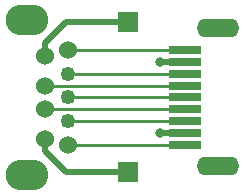
<source format=gbr>
G04 #@! TF.GenerationSoftware,KiCad,Pcbnew,(5.0.0-rc2-110-g9edfd25)*
G04 #@! TF.CreationDate,2018-06-15T17:50:17-07:00*
G04 #@! TF.ProjectId,USB-Voltage-Probe,5553422D566F6C746167652D50726F62,rev?*
G04 #@! TF.SameCoordinates,Original*
G04 #@! TF.FileFunction,Copper,L1,Top,Signal*
G04 #@! TF.FilePolarity,Positive*
%FSLAX46Y46*%
G04 Gerber Fmt 4.6, Leading zero omitted, Abs format (unit mm)*
G04 Created by KiCad (PCBNEW (5.0.0-rc2-110-g9edfd25)) date Friday, June 15, 2018 at 05:50:17 PM*
%MOMM*%
%LPD*%
G01*
G04 APERTURE LIST*
G04 #@! TA.AperFunction,ComponentPad*
%ADD10O,3.600000X2.600000*%
G04 #@! TD*
G04 #@! TA.AperFunction,ComponentPad*
%ADD11C,1.524000*%
G04 #@! TD*
G04 #@! TA.AperFunction,ComponentPad*
%ADD12C,1.250000*%
G04 #@! TD*
G04 #@! TA.AperFunction,ComponentPad*
%ADD13R,1.700000X1.700000*%
G04 #@! TD*
G04 #@! TA.AperFunction,SMDPad,CuDef*
%ADD14R,2.780000X0.800000*%
G04 #@! TD*
G04 #@! TA.AperFunction,ComponentPad*
%ADD15O,3.600000X1.600000*%
G04 #@! TD*
G04 #@! TA.AperFunction,ViaPad*
%ADD16C,0.800000*%
G04 #@! TD*
G04 #@! TA.AperFunction,Conductor*
%ADD17C,0.250000*%
G04 #@! TD*
G04 #@! TA.AperFunction,Conductor*
%ADD18C,0.500000*%
G04 #@! TD*
G04 APERTURE END LIST*
D10*
G04 #@! TO.P,J1,10*
G04 #@! TO.N,Net-(J1-Pad10)*
X146360000Y-48040000D03*
X146360000Y-61180000D03*
D11*
G04 #@! TO.P,J1,4*
G04 #@! TO.N,Net-(J1-Pad4)*
X147860000Y-58110000D03*
G04 #@! TO.P,J1,3*
G04 #@! TO.N,Net-(J1-Pad3)*
X147860000Y-55610000D03*
G04 #@! TO.P,J1,2*
G04 #@! TO.N,Net-(J1-Pad2)*
X147860000Y-53610000D03*
G04 #@! TO.P,J1,1*
G04 #@! TO.N,Net-(J1-Pad1)*
X147860000Y-51110000D03*
G04 #@! TO.P,J1,5*
G04 #@! TO.N,Net-(J1-Pad5)*
X149860000Y-58610000D03*
D12*
G04 #@! TO.P,J1,6*
G04 #@! TO.N,Net-(J1-Pad6)*
X149860000Y-56610000D03*
D11*
G04 #@! TO.P,J1,9*
G04 #@! TO.N,Net-(J1-Pad9)*
X149860000Y-50610000D03*
D12*
G04 #@! TO.P,J1,8*
G04 #@! TO.N,Net-(J1-Pad8)*
X149860000Y-52610000D03*
G04 #@! TO.P,J1,7*
G04 #@! TO.N,Net-(J1-Pad7)*
X149860000Y-54610000D03*
G04 #@! TD*
D13*
G04 #@! TO.P,J3,1*
G04 #@! TO.N,Net-(J1-Pad4)*
X154940000Y-60960000D03*
G04 #@! TD*
G04 #@! TO.P,J4,1*
G04 #@! TO.N,Net-(J1-Pad1)*
X154940000Y-48260000D03*
G04 #@! TD*
D14*
G04 #@! TO.P,J2,7*
G04 #@! TO.N,Net-(J1-Pad7)*
X159710000Y-54610000D03*
G04 #@! TO.P,J2,2*
G04 #@! TO.N,Net-(J1-Pad2)*
X159710000Y-53610000D03*
G04 #@! TO.P,J2,8*
G04 #@! TO.N,Net-(J1-Pad8)*
X159710000Y-52610000D03*
G04 #@! TO.P,J2,1*
G04 #@! TO.N,Net-(J1-Pad1)*
X159710000Y-51610000D03*
G04 #@! TO.P,J2,3*
G04 #@! TO.N,Net-(J1-Pad3)*
X159710000Y-55610000D03*
G04 #@! TO.P,J2,6*
G04 #@! TO.N,Net-(J1-Pad6)*
X159710000Y-56610000D03*
G04 #@! TO.P,J2,4*
G04 #@! TO.N,Net-(J1-Pad4)*
X159710000Y-57610000D03*
G04 #@! TO.P,J2,9*
G04 #@! TO.N,Net-(J1-Pad9)*
X159710000Y-50610000D03*
G04 #@! TO.P,J2,5*
G04 #@! TO.N,Net-(J1-Pad5)*
X159710000Y-58610000D03*
D15*
G04 #@! TO.P,J2,10*
G04 #@! TO.N,Net-(J1-Pad10)*
X162550000Y-48760000D03*
X162550000Y-60460000D03*
G04 #@! TD*
D16*
G04 #@! TO.N,Net-(J1-Pad1)*
X157575000Y-51600000D03*
G04 #@! TO.N,Net-(J1-Pad4)*
X157575000Y-57625000D03*
G04 #@! TD*
D17*
G04 #@! TO.N,Net-(J1-Pad7)*
X149860000Y-54610000D02*
X159710000Y-54610000D01*
G04 #@! TO.N,Net-(J1-Pad8)*
X149860000Y-52610000D02*
X159710000Y-52610000D01*
G04 #@! TO.N,Net-(J1-Pad9)*
X149860000Y-50610000D02*
X159710000Y-50610000D01*
G04 #@! TO.N,Net-(J1-Pad6)*
X149860000Y-56610000D02*
X159710000Y-56610000D01*
G04 #@! TO.N,Net-(J1-Pad5)*
X149860000Y-58610000D02*
X159710000Y-58610000D01*
D18*
G04 #@! TO.N,Net-(J1-Pad1)*
X157575000Y-51600000D02*
X159700000Y-51600000D01*
X159700000Y-51600000D02*
X159710000Y-51610000D01*
X147860000Y-51110000D02*
X147860000Y-50032370D01*
X147860000Y-50032370D02*
X149632370Y-48260000D01*
X149632370Y-48260000D02*
X154940000Y-48260000D01*
D17*
G04 #@! TO.N,Net-(J1-Pad2)*
X147860000Y-53610000D02*
X159710000Y-53610000D01*
G04 #@! TO.N,Net-(J1-Pad3)*
X147860000Y-55610000D02*
X159710000Y-55610000D01*
D18*
G04 #@! TO.N,Net-(J1-Pad4)*
X157575000Y-57625000D02*
X159695000Y-57625000D01*
X159695000Y-57625000D02*
X159710000Y-57610000D01*
X147860000Y-58110000D02*
X147860000Y-59187630D01*
X147860000Y-59187630D02*
X149632370Y-60960000D01*
X149632370Y-60960000D02*
X153590000Y-60960000D01*
X153590000Y-60960000D02*
X154940000Y-60960000D01*
G04 #@! TD*
M02*

</source>
